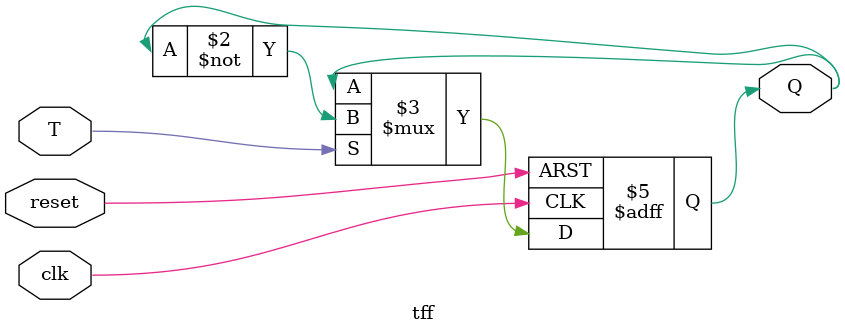
<source format=v>
module tff (
    input wire T,
    input wire clk,
    input wire reset,
    output reg Q
);

always @(posedge clk or posedge reset) begin
    if (reset)
        Q <= 1'b0;
    else if (T)
        Q <= ~Q;
end
    
endmodule
</source>
